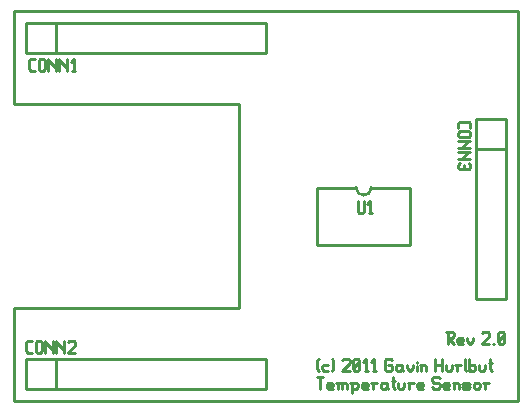
<source format=gbr>
G04 start of page 7 for group -4079 idx -4079 *
G04 Title: (unknown), topsilk *
G04 Creator: pcb 20091103 *
G04 CreationDate: Sun 20 Mar 2011 03:02:04 AM GMT UTC *
G04 For: gjhurlbu *
G04 Format: Gerber/RS-274X *
G04 PCB-Dimensions: 600000 500000 *
G04 PCB-Coordinate-Origin: lower left *
%MOIN*%
%FSLAX25Y25*%
%LNFRONTSILK*%
%ADD11C,0.0100*%
G54D11*X201000Y293000D02*X33000D01*
Y423000D02*Y392000D01*
X108000D01*
Y324000D01*
X33000D01*
Y293000D01*
X201000Y423000D02*Y293000D01*
X33000Y423000D02*X201000D01*
X134000Y303500D02*X134500Y303000D01*
X134000Y306500D02*X134500Y307000D01*
X134000Y306500D02*Y303500D01*
X136201Y305000D02*X137701D01*
X135701Y304500D02*X136201Y305000D01*
X135701Y304500D02*Y303500D01*
X136201Y303000D01*
X137701D01*
X138902Y307000D02*X139402Y306500D01*
Y303500D01*
X138902Y303000D02*X139402Y303500D01*
X142403Y306500D02*X142903Y307000D01*
X144403D01*
X144903Y306500D01*
Y305500D01*
X142403Y303000D02*X144903Y305500D01*
X142403Y303000D02*X144903D01*
X146104Y303500D02*X146604Y303000D01*
X146104Y306500D02*Y303500D01*
Y306500D02*X146604Y307000D01*
X147604D01*
X148104Y306500D01*
Y303500D01*
X147604Y303000D02*X148104Y303500D01*
X146604Y303000D02*X147604D01*
X146104Y304000D02*X148104Y306000D01*
X149805Y303000D02*X150805D01*
X150305Y307000D02*Y303000D01*
X149305Y306000D02*X150305Y307000D01*
X152506Y303000D02*X153506D01*
X153006Y307000D02*Y303000D01*
X152006Y306000D02*X153006Y307000D01*
X158507D02*X159007Y306500D01*
X157007Y307000D02*X158507D01*
X156507Y306500D02*X157007Y307000D01*
X156507Y306500D02*Y303500D01*
X157007Y303000D01*
X158507D01*
X159007Y303500D01*
Y304500D02*Y303500D01*
X158507Y305000D02*X159007Y304500D01*
X157507Y305000D02*X158507D01*
X161708D02*X162208Y304500D01*
X160708Y305000D02*X161708D01*
X160208Y304500D02*X160708Y305000D01*
X160208Y304500D02*Y303500D01*
X160708Y303000D01*
X162208Y305000D02*Y303500D01*
X162708Y303000D01*
X160708D02*X161708D01*
X162208Y303500D01*
X163909Y305000D02*Y304000D01*
X164909Y303000D01*
X165909Y304000D01*
Y305000D02*Y304000D01*
X167110Y306000D02*Y305500D01*
Y304500D02*Y303000D01*
X168611Y304500D02*Y303000D01*
Y304500D02*X169111Y305000D01*
X169611D01*
X170111Y304500D01*
Y303000D01*
X168111Y305000D02*X168611Y304500D01*
X173112Y307000D02*Y303000D01*
X175612Y307000D02*Y303000D01*
X173112Y305000D02*X175612D01*
X176813D02*Y303500D01*
X177313Y303000D01*
X178313D01*
X178813Y303500D01*
Y305000D02*Y303500D01*
X180514Y304500D02*Y303000D01*
Y304500D02*X181014Y305000D01*
X182014D01*
X180014D02*X180514Y304500D01*
X183215Y307000D02*Y303500D01*
X183715Y303000D01*
X184716Y307000D02*Y303000D01*
Y303500D02*X185216Y303000D01*
X186216D01*
X186716Y303500D01*
Y304500D02*Y303500D01*
X186216Y305000D02*X186716Y304500D01*
X185216Y305000D02*X186216D01*
X184716Y304500D02*X185216Y305000D01*
X187917D02*Y303500D01*
X188417Y303000D01*
X189417D01*
X189917Y303500D01*
Y305000D02*Y303500D01*
X191618Y307000D02*Y303500D01*
X192118Y303000D01*
X191118Y305500D02*X192118D01*
X177000Y316000D02*X179000D01*
X179500Y315500D01*
Y314500D01*
X179000Y314000D02*X179500Y314500D01*
X177500Y314000D02*X179000D01*
X177500Y316000D02*Y312000D01*
Y314000D02*X179500Y312000D01*
X181201D02*X182701D01*
X180701Y312500D02*X181201Y312000D01*
X180701Y313500D02*Y312500D01*
Y313500D02*X181201Y314000D01*
X182201D01*
X182701Y313500D01*
X180701Y313000D02*X182701D01*
Y313500D02*Y313000D01*
X183902Y314000D02*Y313000D01*
X184902Y312000D01*
X185902Y313000D01*
Y314000D02*Y313000D01*
X188903Y315500D02*X189403Y316000D01*
X190903D01*
X191403Y315500D01*
Y314500D01*
X188903Y312000D02*X191403Y314500D01*
X188903Y312000D02*X191403D01*
X192604D02*X193104D01*
X194305Y312500D02*X194805Y312000D01*
X194305Y315500D02*Y312500D01*
Y315500D02*X194805Y316000D01*
X195805D01*
X196305Y315500D01*
Y312500D01*
X195805Y312000D02*X196305Y312500D01*
X194805Y312000D02*X195805D01*
X194305Y313000D02*X196305Y315000D01*
X134000Y301000D02*X136000D01*
X135000D02*Y297000D01*
X137701D02*X139201D01*
X137201Y297500D02*X137701Y297000D01*
X137201Y298500D02*Y297500D01*
Y298500D02*X137701Y299000D01*
X138701D01*
X139201Y298500D01*
X137201Y298000D02*X139201D01*
Y298500D02*Y298000D01*
X140902Y298500D02*Y297000D01*
Y298500D02*X141402Y299000D01*
X141902D01*
X142402Y298500D01*
Y297000D01*
Y298500D02*X142902Y299000D01*
X143402D01*
X143902Y298500D01*
Y297000D01*
X140402Y299000D02*X140902Y298500D01*
X145603D02*Y295500D01*
X145103Y299000D02*X145603Y298500D01*
X146103Y299000D01*
X147103D01*
X147603Y298500D01*
Y297500D01*
X147103Y297000D02*X147603Y297500D01*
X146103Y297000D02*X147103D01*
X145603Y297500D02*X146103Y297000D01*
X149304D02*X150804D01*
X148804Y297500D02*X149304Y297000D01*
X148804Y298500D02*Y297500D01*
Y298500D02*X149304Y299000D01*
X150304D01*
X150804Y298500D01*
X148804Y298000D02*X150804D01*
Y298500D02*Y298000D01*
X152505Y298500D02*Y297000D01*
Y298500D02*X153005Y299000D01*
X154005D01*
X152005D02*X152505Y298500D01*
X156706Y299000D02*X157206Y298500D01*
X155706Y299000D02*X156706D01*
X155206Y298500D02*X155706Y299000D01*
X155206Y298500D02*Y297500D01*
X155706Y297000D01*
X157206Y299000D02*Y297500D01*
X157706Y297000D01*
X155706D02*X156706D01*
X157206Y297500D01*
X159407Y301000D02*Y297500D01*
X159907Y297000D01*
X158907Y299500D02*X159907D01*
X160908Y299000D02*Y297500D01*
X161408Y297000D01*
X162408D01*
X162908Y297500D01*
Y299000D02*Y297500D01*
X164609Y298500D02*Y297000D01*
Y298500D02*X165109Y299000D01*
X166109D01*
X164109D02*X164609Y298500D01*
X167810Y297000D02*X169310D01*
X167310Y297500D02*X167810Y297000D01*
X167310Y298500D02*Y297500D01*
Y298500D02*X167810Y299000D01*
X168810D01*
X169310Y298500D01*
X167310Y298000D02*X169310D01*
Y298500D02*Y298000D01*
X174311Y301000D02*X174811Y300500D01*
X172811Y301000D02*X174311D01*
X172311Y300500D02*X172811Y301000D01*
X172311Y300500D02*Y299500D01*
X172811Y299000D01*
X174311D01*
X174811Y298500D01*
Y297500D01*
X174311Y297000D02*X174811Y297500D01*
X172811Y297000D02*X174311D01*
X172311Y297500D02*X172811Y297000D01*
X176512D02*X178012D01*
X176012Y297500D02*X176512Y297000D01*
X176012Y298500D02*Y297500D01*
Y298500D02*X176512Y299000D01*
X177512D01*
X178012Y298500D01*
X176012Y298000D02*X178012D01*
Y298500D02*Y298000D01*
X179713Y298500D02*Y297000D01*
Y298500D02*X180213Y299000D01*
X180713D01*
X181213Y298500D01*
Y297000D01*
X179213Y299000D02*X179713Y298500D01*
X182914Y297000D02*X184414D01*
X184914Y297500D01*
X184414Y298000D02*X184914Y297500D01*
X182914Y298000D02*X184414D01*
X182414Y298500D02*X182914Y298000D01*
X182414Y298500D02*X182914Y299000D01*
X184414D01*
X184914Y298500D01*
X182414Y297500D02*X182914Y297000D01*
X186115Y298500D02*Y297500D01*
Y298500D02*X186615Y299000D01*
X187615D01*
X188115Y298500D01*
Y297500D01*
X187615Y297000D02*X188115Y297500D01*
X186615Y297000D02*X187615D01*
X186115Y297500D02*X186615Y297000D01*
X189816Y298500D02*Y297000D01*
Y298500D02*X190316Y299000D01*
X191316D01*
X189316D02*X189816Y298500D01*
X37000Y409000D02*X117000D01*
Y419000D02*Y409000D01*
X37000Y419000D02*X117000D01*
X37000D02*Y409000D01*
X47000Y419000D02*Y409000D01*
X37000Y419000D02*X47000D01*
X37000Y297000D02*X117000D01*
Y307000D02*Y297000D01*
X37000Y307000D02*X117000D01*
X37000D02*Y297000D01*
X47000Y307000D02*Y297000D01*
X37000Y307000D02*X47000D01*
X187000Y387000D02*Y327000D01*
X197000D01*
Y387000D01*
X187000D01*
Y377000D02*X197000D01*
Y387000D01*
X152000Y364000D02*X165000D01*
X134000D02*X147000D01*
X165000D02*Y345000D01*
X134000D02*X165000D01*
X134000Y364000D02*Y345000D01*
X147000Y364000D02*G75*G03X152000Y364000I2500J0D01*G01*
X38500Y403000D02*X40000D01*
X38000Y403500D02*X38500Y403000D01*
X38000Y406500D02*Y403500D01*
Y406500D02*X38500Y407000D01*
X40000D01*
X41201Y406500D02*Y403500D01*
Y406500D02*X41701Y407000D01*
X42701D01*
X43201Y406500D01*
Y403500D01*
X42701Y403000D02*X43201Y403500D01*
X41701Y403000D02*X42701D01*
X41201Y403500D02*X41701Y403000D01*
X44402Y407000D02*Y403000D01*
Y407000D02*Y406500D01*
X46902Y404000D01*
Y407000D02*Y403000D01*
X48103Y407000D02*Y403000D01*
Y407000D02*Y406500D01*
X50603Y404000D01*
Y407000D02*Y403000D01*
X52304D02*X53304D01*
X52804Y407000D02*Y403000D01*
X51804Y406000D02*X52804Y407000D01*
X37500Y309000D02*X39000D01*
X37000Y309500D02*X37500Y309000D01*
X37000Y312500D02*Y309500D01*
Y312500D02*X37500Y313000D01*
X39000D01*
X40201Y312500D02*Y309500D01*
Y312500D02*X40701Y313000D01*
X41701D01*
X42201Y312500D01*
Y309500D01*
X41701Y309000D02*X42201Y309500D01*
X40701Y309000D02*X41701D01*
X40201Y309500D02*X40701Y309000D01*
X43402Y313000D02*Y309000D01*
Y313000D02*Y312500D01*
X45902Y310000D01*
Y313000D02*Y309000D01*
X47103Y313000D02*Y309000D01*
Y313000D02*Y312500D01*
X49603Y310000D01*
Y313000D02*Y309000D01*
X50804Y312500D02*X51304Y313000D01*
X52804D01*
X53304Y312500D01*
Y311500D01*
X50804Y309000D02*X53304Y311500D01*
X50804Y309000D02*X53304D01*
X181000Y385500D02*Y384000D01*
X181500Y386000D02*X181000Y385500D01*
X181500Y386000D02*X184500D01*
X185000Y385500D01*
Y384000D01*
X181500Y382799D02*X184500D01*
X185000Y382299D01*
Y381299D01*
X184500Y380799D01*
X181500D02*X184500D01*
X181000Y381299D02*X181500Y380799D01*
X181000Y382299D02*Y381299D01*
X181500Y382799D02*X181000Y382299D01*
Y379598D02*X185000D01*
X184500D02*X185000D01*
X184500D02*X182000Y377098D01*
X181000D02*X185000D01*
X181000Y375897D02*X185000D01*
X184500D02*X185000D01*
X184500D02*X182000Y373397D01*
X181000D02*X185000D01*
X184500Y372196D02*X185000Y371696D01*
Y370696D01*
X184500Y370196D01*
X181500D02*X184500D01*
X181000Y370696D02*X181500Y370196D01*
X181000Y371696D02*Y370696D01*
X181500Y372196D02*X181000Y371696D01*
X183000D02*Y370196D01*
X147500Y359500D02*Y356000D01*
X148000Y355500D01*
X149000D01*
X149500Y356000D01*
Y359500D02*Y356000D01*
X151201Y355500D02*X152201D01*
X151701Y359500D02*Y355500D01*
X150701Y358500D02*X151701Y359500D01*
M02*

</source>
